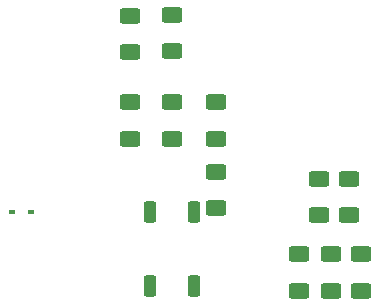
<source format=gbr>
%TF.GenerationSoftware,KiCad,Pcbnew,(6.0.8)*%
%TF.CreationDate,2022-11-18T04:38:56-05:00*%
%TF.ProjectId,Armstrong_v2.0,41726d73-7472-46f6-9e67-5f76322e302e,rev?*%
%TF.SameCoordinates,Original*%
%TF.FileFunction,Paste,Bot*%
%TF.FilePolarity,Positive*%
%FSLAX46Y46*%
G04 Gerber Fmt 4.6, Leading zero omitted, Abs format (unit mm)*
G04 Created by KiCad (PCBNEW (6.0.8)) date 2022-11-18 04:38:56*
%MOMM*%
%LPD*%
G01*
G04 APERTURE LIST*
G04 Aperture macros list*
%AMRoundRect*
0 Rectangle with rounded corners*
0 $1 Rounding radius*
0 $2 $3 $4 $5 $6 $7 $8 $9 X,Y pos of 4 corners*
0 Add a 4 corners polygon primitive as box body*
4,1,4,$2,$3,$4,$5,$6,$7,$8,$9,$2,$3,0*
0 Add four circle primitives for the rounded corners*
1,1,$1+$1,$2,$3*
1,1,$1+$1,$4,$5*
1,1,$1+$1,$6,$7*
1,1,$1+$1,$8,$9*
0 Add four rect primitives between the rounded corners*
20,1,$1+$1,$2,$3,$4,$5,0*
20,1,$1+$1,$4,$5,$6,$7,0*
20,1,$1+$1,$6,$7,$8,$9,0*
20,1,$1+$1,$8,$9,$2,$3,0*%
G04 Aperture macros list end*
%ADD10RoundRect,0.275000X-0.275000X0.625000X-0.275000X-0.625000X0.275000X-0.625000X0.275000X0.625000X0*%
%ADD11R,0.540000X0.420000*%
%ADD12RoundRect,0.250000X-0.625000X0.400000X-0.625000X-0.400000X0.625000X-0.400000X0.625000X0.400000X0*%
%ADD13RoundRect,0.250000X0.625000X-0.400000X0.625000X0.400000X-0.625000X0.400000X-0.625000X-0.400000X0*%
G04 APERTURE END LIST*
D10*
%TO.C,SW\u002A\u002A1*%
X98150000Y-96900000D03*
X101850000Y-96900000D03*
X98150000Y-103100000D03*
X101850000Y-103100000D03*
%TD*%
D11*
%TO.C,D1*%
X88050000Y-96900000D03*
X86450000Y-96900000D03*
%TD*%
D12*
%TO.C,R12*%
X115000000Y-94050000D03*
X115000000Y-97150000D03*
%TD*%
D13*
%TO.C,R11*%
X112400000Y-97150000D03*
X112400000Y-94050000D03*
%TD*%
D12*
%TO.C,R10*%
X96400000Y-87550000D03*
X96400000Y-90650000D03*
%TD*%
D13*
%TO.C,R9*%
X103700000Y-96550000D03*
X103700000Y-93450000D03*
%TD*%
%TO.C,R7*%
X96400000Y-83350000D03*
X96400000Y-80250000D03*
%TD*%
%TO.C,R6*%
X103700000Y-90650000D03*
X103700000Y-87550000D03*
%TD*%
D12*
%TO.C,R5*%
X100000000Y-80150000D03*
X100000000Y-83250000D03*
%TD*%
D13*
%TO.C,R4*%
X100000000Y-90650000D03*
X100000000Y-87550000D03*
%TD*%
D12*
%TO.C,R3*%
X116000000Y-100450000D03*
X116000000Y-103550000D03*
%TD*%
D13*
%TO.C,R2*%
X113400000Y-103550000D03*
X113400000Y-100450000D03*
%TD*%
D12*
%TO.C,R1*%
X110750000Y-100450000D03*
X110750000Y-103550000D03*
%TD*%
M02*

</source>
